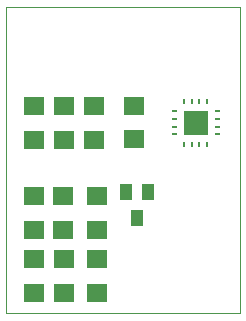
<source format=gtp>
G75*
%MOIN*%
%OFA0B0*%
%FSLAX25Y25*%
%IPPOS*%
%LPD*%
%AMOC8*
5,1,8,0,0,1.08239X$1,22.5*
%
%ADD10C,0.00000*%
%ADD11R,0.07087X0.06299*%
%ADD12R,0.07098X0.06299*%
%ADD13R,0.03937X0.05512*%
%ADD14C,0.00984*%
%ADD15R,0.01280X0.00984*%
%ADD16R,0.00984X0.01280*%
%ADD17R,0.08268X0.08268*%
D10*
X0330000Y0517000D02*
X0330000Y0619000D01*
X0408000Y0619000D01*
X0408000Y0517000D01*
X0330000Y0517000D01*
D11*
X0372750Y0574988D03*
X0372750Y0586012D03*
D12*
X0359250Y0586098D03*
X0349250Y0586098D03*
X0339250Y0586098D03*
X0339250Y0574902D03*
X0349250Y0574902D03*
X0359250Y0574902D03*
X0360250Y0556098D03*
X0360250Y0544902D03*
X0360250Y0535098D03*
X0349250Y0535098D03*
X0349000Y0544902D03*
X0339250Y0544902D03*
X0339250Y0535098D03*
X0339250Y0523902D03*
X0349250Y0523902D03*
X0360250Y0523902D03*
X0349000Y0556098D03*
X0339250Y0556098D03*
D13*
X0370010Y0557331D03*
X0377490Y0557331D03*
X0373750Y0548669D03*
D14*
X0389411Y0573807D03*
X0391970Y0573807D03*
X0394530Y0573807D03*
X0397089Y0573807D03*
X0399943Y0576661D03*
X0399943Y0579220D03*
X0399943Y0581780D03*
X0399943Y0584339D03*
X0397089Y0587193D03*
X0394530Y0587193D03*
X0391970Y0587193D03*
X0389411Y0587193D03*
X0386557Y0584339D03*
X0386557Y0581780D03*
X0386557Y0579220D03*
X0386557Y0576661D03*
D15*
X0385917Y0576661D03*
X0385917Y0579220D03*
X0385917Y0581780D03*
X0385917Y0584339D03*
X0400583Y0584339D03*
X0400583Y0581780D03*
X0400583Y0579220D03*
X0400583Y0576661D03*
D16*
X0397089Y0573167D03*
X0394530Y0573167D03*
X0391970Y0573167D03*
X0389411Y0573167D03*
X0389411Y0587833D03*
X0391970Y0587833D03*
X0394530Y0587833D03*
X0397089Y0587833D03*
D17*
X0393250Y0580500D03*
M02*

</source>
